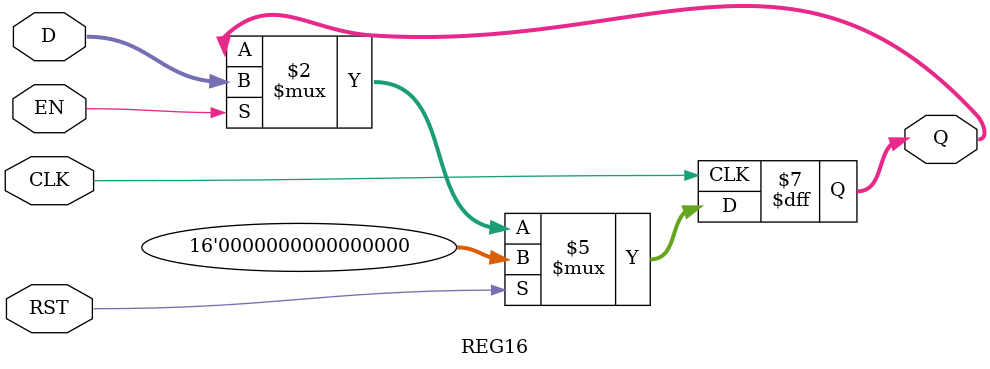
<source format=v>
module REG16(D, Q, CLK, RST, EN);

input CLK, EN, RST;
input [15:0] D;
output reg [15:0] Q;


always @(posedge CLK)
begin
	if (RST)
		Q <= 16'b0;
	else
		if (EN)
			Q <= D;
end
endmodule 
</source>
